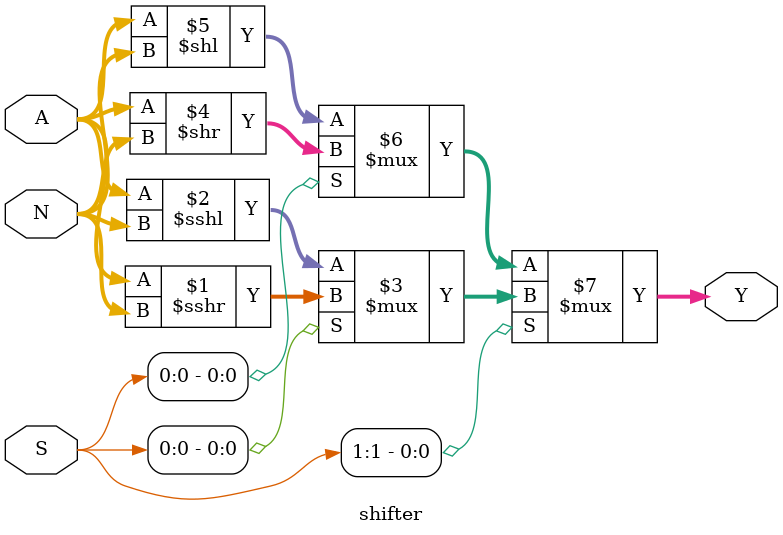
<source format=v>
module alu( input   [6:0] ctrl,
            input  [31:0] A, 
            input  [31:0] B,
            input   [4:0] SH,
            output [31:0] Y,
            output        Z );

// ctrl  [6]: SHIFT SRC (1 - reg, 0 - shamt)
// ctrl[5:4]: SHIFT OP
// ctrl  [3]: NEGATE B
// ctrl[2:0]: ALU OP


wire Cin = ctrl[3]; //carry in. Equals 1 when B = NEGATE(B)
wire [31:0] BB; //inverted or not B
wire [31:0] Sum = A + BB + Cin;
wire [31:0] Zero_extend;

mux2 bb_mux( .S(ctrl[3]),
             .D0( B),
             .D1(~B),
             .Y (BB)  );


wire [4:0] shamt; 
mux2 #(5) shift_in_mux( .S (ctrl[6]),
                        .D0(SH),
                        .D1(A[4:0]),
                        .Y (shamt));

wire[31:0] sh_out;
shifter shifter_unit( .S(ctrl[5:4]),
                      .N(  shamt  ),
                      .A(    B    ),
                      .Y(  sh_out ) );


assign Zero_extend = {31'b0, Sum[31]};
mux8 out_mux( .S (  ctrl[2:0]      ),
              .D0(  A & BB         ),
              .D1(  A | BB         ),
              .D2(  A ^ BB         ),
              .D3(~(A | BB)        ),
              .D4(  Sum            ),
              .D5(  0              ), //mul? 
              .D6(  sh_out         ), 
              .D7(  Zero_extend    ),
              .Y (  Y              ) );

assign Z  = {Y == 32'b0};

endmodule

//-------------------------------------------------------------------------//
module shifter( input         [1:0] S,
                input         [4:0] N,
                input signed [31:0] A,
                output       [31:0] Y );
            
//sel[1]: 0 -- logical, 1 -- arithmetic
//sel[0]: 0 -- left,    1 --right

assign Y = S[1] ? (S[0] ? A >>> N : A <<< N) :
                  (S[0] ?  A >> N : A << N);
          
endmodule
//-------------------------------------------------------------------------//




/*
//-------------------------NORMAL-ADDER------------------------------//
module qqq_sum( input[31:0]  A, B,
                output[31:0] R,
                input  Cin );

//assign {Cout, R} = A + B + Cin;
assign R = A + B + Cin;

endmodule
//-------------------------RIPPLE-CARRY-ADDER------------------------------//
module rca_sum( input[31:0]  A, B,
                output[31:0] R,
                input  Cin,
                output Cout );

wire  c0,  c1,  c2,  c3,  c4,  c5,  c6,  c7,
      c8,  c9, c10, c11, c12, c13, c14, c15,
     c16, c17, c18, c19, c20, c21, c22, c23,
     c24, c25, c26, c27, c28, c29, c30;

full_adder  fa0(A[ 0], B[ 0], R[ 0], Cin,  c0);
full_adder  fa1(A[ 1], B[ 1], R[ 1],  c0,  c1);
full_adder  fa2(A[ 2], B[ 2], R[ 2],  c1,  c2);
full_adder  fa3(A[ 3], B[ 3], R[ 3],  c2,  c3);
full_adder  fa4(A[ 4], B[ 4], R[ 4],  c3,  c4);
full_adder  fa5(A[ 5], B[ 5], R[ 5],  c4,  c5);
full_adder  fa6(A[ 6], B[ 6], R[ 6],  c5,  c6);
full_adder  fa7(A[ 7], B[ 7], R[ 7],  c6,  c7);

full_adder  fa8(A[ 8], B[ 8], R[ 8],  c7,  c8);
full_adder  fa9(A[ 9], B[ 9], R[ 9],  c8,  c9);
full_adder fa10(A[10], B[10], R[10],  c9, c10);
full_adder fa11(A[11], B[11], R[11], c10, c11);
full_adder fa12(A[12], B[12], R[12], c11, c12);
full_adder fa13(A[13], B[13], R[13], c12, c13);
full_adder fa14(A[14], B[14], R[14], c13, c14);
full_adder fa15(A[15], B[15], R[15], c14, c15);

full_adder fa16(A[16], B[16], R[16], c15, c16);
full_adder fa17(A[17], B[17], R[17], c16, c17);
full_adder fa18(A[18], B[18], R[18], c17, c18);
full_adder fa19(A[19], B[19], R[19], c18, c19);
full_adder fa20(A[20], B[20], R[20], c19, c20);
full_adder fa21(A[21], B[21], R[21], c20, c21);
full_adder fa22(A[22], B[22], R[22], c21, c22);
full_adder fa23(A[23], B[23], R[23], c22, c23);

full_adder fa24(A[24], B[24], R[24], c23, c24);
full_adder fa25(A[25], B[25], R[25], c24, c25);
full_adder fa26(A[26], B[26], R[26], c25, c26);
full_adder fa27(A[27], B[27], R[27], c26, c27);
full_adder fa28(A[28], B[28], R[28], c27, c28);
full_adder fa29(A[29], B[29], R[29], c28, c29);
full_adder fa30(A[30], B[30], R[30], c29, c30);
full_adder fa31(A[31], B[31], R[31], c30, Cout);

endmodule
//-------------------------------------------------------------------------//

//--------------------------------------FULL ADDER-------------------------//
module full_adder( input A, B,
                   output S, 
                   input Cin,
                   output Cout );

   assign S = A ^ B ^ Cin;
   assign Cout = (A & B) | (A & Cin) | (B & Cin);

endmodule */
</source>
